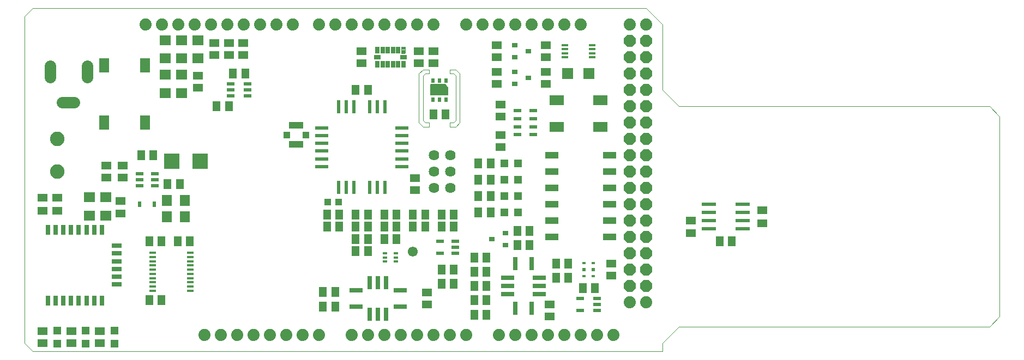
<source format=gts>
G75*
%MOIN*%
%OFA0B0*%
%FSLAX26Y26*%
%IPPOS*%
%LPD*%
%AMOC8*
5,1,8,0,0,1.08239X$1,22.5*
%
%ADD10C,0.000000*%
%ADD11R,0.070866X0.062992*%
%ADD12R,0.051181X0.059055*%
%ADD13R,0.062992X0.086614*%
%ADD14R,0.059055X0.051181*%
%ADD15R,0.059055X0.031496*%
%ADD16R,0.031496X0.059055*%
%ADD17R,0.039000X0.012000*%
%ADD18R,0.062992X0.051181*%
%ADD19R,0.019685X0.031496*%
%ADD20C,0.005000*%
%ADD21R,0.048000X0.021000*%
%ADD22R,0.062992X0.070866*%
%ADD23R,0.024803X0.032677*%
%ADD24R,0.094488X0.094488*%
%ADD25R,0.070984X0.062992*%
%ADD26C,0.088583*%
%ADD27R,0.023622X0.015748*%
%ADD28R,0.023622X0.023622*%
%ADD29R,0.047244X0.021654*%
%ADD30R,0.078740X0.027559*%
%ADD31R,0.027559X0.078740*%
%ADD32R,0.035433X0.031496*%
%ADD33C,0.064000*%
%ADD34R,0.079000X0.043000*%
%ADD35R,0.042000X0.014000*%
%ADD36R,0.070866X0.070866*%
%ADD37C,0.003937*%
%ADD38R,0.027559X0.043307*%
%ADD39R,0.043307X0.027559*%
%ADD40R,0.090551X0.059055*%
%ADD41R,0.047244X0.047244*%
%ADD42R,0.047244X0.019685*%
%ADD43R,0.031496X0.013780*%
%ADD44R,0.078740X0.023622*%
%ADD45R,0.023622X0.078740*%
%ADD46R,0.086614X0.041339*%
%ADD47R,0.039370X0.039370*%
%ADD48R,0.043307X0.039370*%
%ADD49R,0.050000X0.022000*%
%ADD50R,0.086614X0.023622*%
%ADD51C,0.061024*%
%ADD52R,0.048000X0.020000*%
%ADD53C,0.074000*%
%ADD54OC8,0.074000*%
%ADD55C,0.070866*%
D10*
X00207480Y00100000D02*
X00207480Y02100000D01*
X00257480Y02150000D01*
X04007480Y02150000D01*
X04107480Y02050000D01*
X04107480Y01650000D01*
X04207480Y01550000D01*
X06107480Y01550000D01*
X06169980Y01487500D01*
X06169980Y00262500D01*
X06107480Y00200000D01*
X04207480Y00200000D01*
X04107480Y00100000D01*
X04107480Y00050000D01*
X00257480Y00050000D01*
X00207480Y00100000D01*
X02619980Y01450000D02*
X02644980Y01425000D01*
X02682480Y01425000D01*
X02682480Y01450000D01*
X02657480Y01450000D01*
X02644980Y01462500D01*
X02644980Y01737500D01*
X02657480Y01750000D01*
X02682480Y01750000D01*
X02682480Y01775000D01*
X02644980Y01775000D01*
X02619980Y01750000D01*
X02619980Y01450000D01*
X02807480Y01450000D02*
X02807480Y01425000D01*
X02844980Y01425000D01*
X02869980Y01450000D01*
X02869980Y01750000D01*
X02844980Y01775000D01*
X02807480Y01775000D01*
X02807480Y01750000D01*
X02832480Y01750000D01*
X02844980Y01737500D01*
X02844980Y01462500D01*
X02832480Y01450000D01*
X02807480Y01450000D01*
D11*
X01269980Y01844882D03*
X01169980Y01844882D03*
X01069980Y01844882D03*
X01069980Y01742618D03*
X01169980Y01742618D03*
X01169980Y01632382D03*
X01069980Y01632382D03*
X01069980Y01955118D03*
X01169980Y01955118D03*
X01269980Y01955118D03*
D12*
X01482579Y01750000D03*
X01557382Y01750000D03*
X01457382Y01550000D03*
X01382579Y01550000D03*
X00995079Y01250000D03*
X00920276Y01250000D03*
X01083169Y01074803D03*
X01157972Y01074803D03*
X02057579Y00887500D03*
X02132382Y00887500D03*
X02232579Y00887500D03*
X02307382Y00887500D03*
X02407579Y00887500D03*
X02482382Y00887500D03*
X02582579Y00887500D03*
X02657382Y00887500D03*
X02757579Y00887500D03*
X02832382Y00887500D03*
X02832382Y00812500D03*
X02757579Y00812500D03*
X02657382Y00812500D03*
X02582579Y00812500D03*
X02482382Y00812500D03*
X02407579Y00812500D03*
X02307382Y00812500D03*
X02232579Y00812500D03*
X02132382Y00812500D03*
X02057579Y00812500D03*
X02232579Y00737500D03*
X02307382Y00737500D03*
X02407579Y00737500D03*
X02482382Y00737500D03*
X02307382Y00662500D03*
X02232579Y00662500D03*
X02757579Y00550000D03*
X02832382Y00550000D03*
X02957579Y00537500D03*
X03032382Y00537500D03*
X03032382Y00450000D03*
X02957579Y00450000D03*
X02832382Y00462500D03*
X02757579Y00462500D03*
X02957579Y00362500D03*
X03032382Y00362500D03*
X03032382Y00275000D03*
X02957579Y00275000D03*
X03457579Y00500000D03*
X03532382Y00500000D03*
X03620079Y00437500D03*
X03694882Y00437500D03*
X03532382Y00587500D03*
X03457579Y00587500D03*
X03294882Y00700000D03*
X03220079Y00700000D03*
X03220079Y00787500D03*
X03294882Y00787500D03*
X03057382Y00900000D03*
X02982579Y00900000D03*
X02982579Y01000000D03*
X03057382Y01000000D03*
X03057382Y01100000D03*
X02982579Y01100000D03*
X02982579Y01200000D03*
X03057382Y01200000D03*
X02782382Y01500000D03*
X02707579Y01500000D03*
X02307382Y01650000D03*
X02232579Y01650000D03*
X01218996Y00723130D03*
X01144193Y00723130D03*
X01045669Y00725591D03*
X00970866Y00725591D03*
X00970079Y00362500D03*
X01044882Y00362500D03*
X02032579Y00325000D03*
X02107382Y00325000D03*
X02107382Y00412500D03*
X02032579Y00412500D03*
X02957579Y00625000D03*
X03032382Y00625000D03*
X04457579Y00725000D03*
X04532382Y00725000D03*
D13*
X00945965Y01450000D03*
X00693996Y01450000D03*
X00693996Y01800000D03*
X00945965Y01800000D03*
D14*
X01269980Y01737402D03*
X01269980Y01662598D03*
X01369980Y01862598D03*
X01457480Y01862598D03*
X01544980Y01862598D03*
X01544980Y01937402D03*
X01457480Y01937402D03*
X01369980Y01937402D03*
X02269980Y01887402D03*
X02269980Y01812598D03*
X02619980Y01812598D03*
X02707480Y01812598D03*
X02707480Y01887402D03*
X02619980Y01887402D03*
X03094980Y01850098D03*
X03094980Y01924902D03*
X03394980Y01924902D03*
X03394980Y01850098D03*
X03394980Y01762402D03*
X03394980Y01687598D03*
X03094980Y01687598D03*
X03094980Y01762402D03*
X03119980Y01562402D03*
X03119980Y01487598D03*
X03119980Y01374902D03*
X03119980Y01300098D03*
X02594980Y01112402D03*
X02594980Y01037598D03*
X03794980Y00587402D03*
X03794980Y00512598D03*
X03419980Y00337402D03*
X03419980Y00262598D03*
X02669980Y00337598D03*
X02669980Y00412402D03*
X04282480Y00775098D03*
X04282480Y00849902D03*
X00807480Y01112598D03*
X00707480Y01112598D03*
X00707480Y01187402D03*
X00807480Y01187402D03*
X00794980Y00969980D03*
X00794980Y00895177D03*
X00669980Y00174902D03*
X00494980Y00174902D03*
X00319980Y00174902D03*
X00319980Y00100098D03*
X00494980Y00100098D03*
X00669980Y00100098D03*
D15*
X00770374Y00460236D03*
X00770374Y00507480D03*
X00770374Y00554724D03*
X00770374Y00601969D03*
X00770374Y00649213D03*
X00770374Y00696457D03*
D16*
X00681791Y00794882D03*
X00634547Y00794882D03*
X00587303Y00794882D03*
X00540059Y00794882D03*
X00492815Y00794882D03*
X00445571Y00794882D03*
X00398327Y00794882D03*
X00351083Y00794882D03*
X00351083Y00361811D03*
X00398327Y00361811D03*
X00445571Y00361811D03*
X00492815Y00361811D03*
X00540059Y00361811D03*
X00587303Y00361811D03*
X00634547Y00361811D03*
X00681791Y00361811D03*
D17*
X00992606Y00422343D03*
X00992606Y00447933D03*
X00992606Y00473524D03*
X00992606Y00499114D03*
X00992606Y00524705D03*
X00992606Y00550295D03*
X00992606Y00575886D03*
X00992606Y00601476D03*
X00992606Y00627067D03*
X00992606Y00652657D03*
X01222354Y00652657D03*
X01222354Y00627067D03*
X01222354Y00601476D03*
X01222354Y00575886D03*
X01222354Y00550295D03*
X01222354Y00524705D03*
X01222354Y00499114D03*
X01222354Y00473524D03*
X01222354Y00447933D03*
X01222354Y00422343D03*
D18*
X00407480Y00910630D03*
X00319980Y00910630D03*
X00319980Y00989370D03*
X00407480Y00989370D03*
X04719980Y00914370D03*
X04719980Y00835630D03*
D19*
X02784350Y01590945D03*
X02744980Y01590945D03*
X02705610Y01590945D03*
X02705610Y01709055D03*
X02744980Y01709055D03*
X02784350Y01709055D03*
D20*
X02778445Y01682480D02*
X02692815Y01682480D01*
X02692815Y01619488D01*
X02796161Y01619488D01*
X02796161Y01664764D01*
X02778445Y01682480D01*
X02781406Y01679519D02*
X02692815Y01679519D01*
X02692815Y01674520D02*
X02786405Y01674520D01*
X02791404Y01669522D02*
X02692815Y01669522D01*
X02692815Y01664523D02*
X02796161Y01664523D01*
X02796161Y01659525D02*
X02692815Y01659525D01*
X02692815Y01654526D02*
X02796161Y01654526D01*
X02796161Y01649528D02*
X02692815Y01649528D01*
X02692815Y01644529D02*
X02796161Y01644529D01*
X02796161Y01639531D02*
X02692815Y01639531D01*
X02692815Y01634532D02*
X02796161Y01634532D01*
X02796161Y01629533D02*
X02692815Y01629533D01*
X02692815Y01624535D02*
X02796161Y01624535D01*
X02796161Y01619536D02*
X02692815Y01619536D01*
D21*
X01003480Y01137000D03*
X01003480Y01100000D03*
X01003480Y01063000D03*
X00911480Y01063000D03*
X00911480Y01100000D03*
X00911480Y01137000D03*
D22*
X01077559Y00975000D03*
X01187795Y00975000D03*
X01187795Y00875000D03*
X01077559Y00875000D03*
D23*
X01002756Y00950000D03*
X00912205Y00950000D03*
D24*
X01108366Y01212500D03*
X01281594Y01212500D03*
D25*
X00705906Y00993681D03*
X00605906Y00993681D03*
X00605906Y00881713D03*
X00705906Y00881713D03*
D26*
X00407480Y01150000D03*
X00407480Y01350000D03*
D27*
X03629921Y00589370D03*
X03685039Y00589370D03*
X03685039Y00510630D03*
X03629921Y00510630D03*
D28*
X03629921Y00550000D03*
X03685039Y00550000D03*
D29*
X03708665Y00374902D03*
X03708665Y00337500D03*
X03708665Y00300098D03*
X03606295Y00300098D03*
X03606295Y00374902D03*
D30*
X03353937Y00400000D03*
X03353937Y00450000D03*
X03353937Y00500000D03*
X03161024Y00500000D03*
X03161024Y00450000D03*
X03161024Y00400000D03*
X02505807Y00425000D03*
X02505807Y00325000D03*
X02234154Y00325000D03*
X02234154Y00425000D03*
D31*
X02319980Y00471457D03*
X02369980Y00471457D03*
X02419980Y00471457D03*
X02419980Y00278543D03*
X02369980Y00278543D03*
X02319980Y00278543D03*
X03207480Y00314173D03*
X03307480Y00314173D03*
X03307480Y00585827D03*
X03207480Y00585827D03*
D32*
X03146850Y00700098D03*
X03064173Y00737500D03*
X03146850Y00774902D03*
X03205610Y01687598D03*
X03288287Y01725000D03*
X03205610Y01762402D03*
X03205610Y01850098D03*
X03288287Y01887500D03*
X03205610Y01924902D03*
D33*
X02812738Y01250000D03*
X02712738Y01250000D03*
X02712738Y01150000D03*
X02812738Y01150000D03*
X02812738Y01050000D03*
X02712738Y01050000D03*
D34*
X03430480Y01050000D03*
X03430480Y00950000D03*
X03430480Y00850000D03*
X03430480Y00750000D03*
X03784480Y00750000D03*
X03784480Y00850000D03*
X03784480Y00950000D03*
X03784480Y01050000D03*
X03784480Y01150000D03*
X03784480Y01250000D03*
X03430480Y01250000D03*
X03430480Y01150000D03*
D35*
X03510980Y01849500D03*
X03510980Y01874500D03*
X03510980Y01900500D03*
X03510980Y01925500D03*
X03678980Y01925500D03*
X03678980Y01900500D03*
X03678980Y01874500D03*
X03678980Y01849500D03*
D36*
X03659941Y01750000D03*
X03530020Y01750000D03*
D37*
X02535531Y01878543D02*
X02535531Y01912992D01*
X02511909Y01912992D01*
X02511909Y01873622D01*
X02530610Y01873622D01*
X02535531Y01878543D01*
X02535531Y01880022D02*
X02511909Y01880022D01*
X02511909Y01876087D02*
X02533075Y01876087D01*
X02535531Y01883958D02*
X02511909Y01883958D01*
X02511909Y01887893D02*
X02535531Y01887893D01*
X02535531Y01891829D02*
X02511909Y01891829D01*
X02511909Y01895764D02*
X02535531Y01895764D01*
X02535531Y01899700D02*
X02511909Y01899700D01*
X02511909Y01903635D02*
X02535531Y01903635D01*
X02535531Y01907571D02*
X02511909Y01907571D01*
X02511909Y01911506D02*
X02535531Y01911506D01*
D38*
X02492224Y01893307D03*
X02460728Y01893307D03*
X02429232Y01893307D03*
X02397736Y01893307D03*
X02366240Y01893307D03*
X02366240Y01806693D03*
X02397736Y01806693D03*
X02429232Y01806693D03*
X02460728Y01806693D03*
X02492224Y01806693D03*
X02523720Y01806693D03*
D39*
X02523720Y01850000D03*
X02366240Y01850000D03*
D40*
X03463091Y01587500D03*
X03726870Y01587500D03*
X03726870Y01425000D03*
X03463091Y01425000D03*
D41*
X03223819Y01200000D03*
X03141142Y01200000D03*
X03141142Y01100000D03*
X03223819Y01100000D03*
X03223819Y01000000D03*
X03141142Y01000000D03*
X03141142Y00900000D03*
X03223819Y00900000D03*
X00757480Y00178839D03*
X00582480Y00178839D03*
X00407480Y00178839D03*
X00407480Y00096161D03*
X00582480Y00096161D03*
X00757480Y00096161D03*
D42*
X03222736Y01376181D03*
X03317224Y01376181D03*
X03317224Y01425394D03*
X03222736Y01425394D03*
X03222736Y01474606D03*
X03317224Y01474606D03*
X03317224Y01523819D03*
X03222736Y01523819D03*
D43*
X02478445Y00650591D03*
X02411516Y00650591D03*
X02411516Y00625000D03*
X02411516Y00599409D03*
X02478445Y00599409D03*
X02478445Y00625000D03*
D44*
X02516043Y01181890D03*
X02516043Y01229134D03*
X02516043Y01276378D03*
X02516043Y01323622D03*
X02516043Y01370866D03*
X02516043Y01418110D03*
X02023917Y01418110D03*
X02023917Y01370866D03*
X02023917Y01323622D03*
X02023917Y01276378D03*
X02023917Y01229134D03*
X02023917Y01181890D03*
D45*
X02128248Y01053937D03*
X02175492Y01053937D03*
X02222736Y01053937D03*
X02317224Y01053937D03*
X02364469Y01053937D03*
X02411713Y01053937D03*
X02411713Y01546063D03*
X02364469Y01546063D03*
X02317224Y01546063D03*
X02222736Y01546063D03*
X02175492Y01546063D03*
X02128248Y01546063D03*
D46*
X01869980Y01434055D03*
X01869980Y01315945D03*
D47*
X01810925Y01375000D03*
X01929035Y01375000D03*
D48*
X02061516Y00962500D03*
X02128445Y00962500D03*
D49*
X01570980Y01613000D03*
X01570980Y01650000D03*
X01570980Y01687000D03*
X01468980Y01687000D03*
X01468980Y01650000D03*
X01468980Y01613000D03*
D50*
X04392618Y00950000D03*
X04392618Y00900000D03*
X04392618Y00850000D03*
X04392618Y00800000D03*
X04597343Y00800000D03*
X04597343Y00850000D03*
X04597343Y00900000D03*
X04597343Y00950000D03*
D51*
X02583268Y00660630D03*
D52*
X02746980Y00650500D03*
X02842980Y00650500D03*
X02842980Y00687500D03*
X02842980Y00724500D03*
X02746980Y00724500D03*
D53*
X03907480Y00350000D03*
X04007480Y00350000D03*
X03807480Y00150000D03*
X03707480Y00150000D03*
X03607480Y00150000D03*
X03507480Y00150000D03*
X03407480Y00150000D03*
X03307480Y00150000D03*
X03207480Y00150000D03*
X03107480Y00150000D03*
X02907480Y00150000D03*
X02807480Y00150000D03*
X02707480Y00150000D03*
X02607480Y00150000D03*
X02507480Y00150000D03*
X02407480Y00150000D03*
X02307480Y00150000D03*
X02207480Y00150000D03*
X02007480Y00150000D03*
X01907480Y00150000D03*
X01807480Y00150000D03*
X01707480Y00150000D03*
X01607480Y00150000D03*
X01507480Y00150000D03*
X01407480Y00150000D03*
X01307480Y00150000D03*
X01347480Y02050000D03*
X01247480Y02050000D03*
X01147480Y02050000D03*
X01047480Y02050000D03*
X00947480Y02050000D03*
X01447480Y02050000D03*
X01547480Y02050000D03*
X01647480Y02050000D03*
X01747480Y02050000D03*
X01847480Y02050000D03*
X02007480Y02050000D03*
X02107480Y02050000D03*
X02207480Y02050000D03*
X02307480Y02050000D03*
X02407480Y02050000D03*
X02507480Y02050000D03*
X02607480Y02050000D03*
X02707480Y02050000D03*
X02907480Y02050000D03*
X03007480Y02050000D03*
X03107480Y02050000D03*
X03207480Y02050000D03*
X03307480Y02050000D03*
X03407480Y02050000D03*
X03507480Y02050000D03*
X03607480Y02050000D03*
X03907480Y02050000D03*
X04007480Y02050000D03*
D54*
X04007480Y01950000D03*
X03907480Y01950000D03*
X03907480Y01850000D03*
X04007480Y01850000D03*
X04007480Y01750000D03*
X03907480Y01750000D03*
X03907480Y01650000D03*
X04007480Y01650000D03*
X04007480Y01550000D03*
X03907480Y01550000D03*
X03907480Y01450000D03*
X04007480Y01450000D03*
X04007480Y01350000D03*
X03907480Y01350000D03*
X03907480Y01250000D03*
X04007480Y01250000D03*
X04007480Y01150000D03*
X03907480Y01150000D03*
X03907480Y01050000D03*
X04007480Y01050000D03*
X04007480Y00950000D03*
X03907480Y00950000D03*
X03907480Y00850000D03*
X04007480Y00850000D03*
X04007480Y00750000D03*
X03907480Y00750000D03*
X03907480Y00650000D03*
X04007480Y00650000D03*
X04007480Y00550000D03*
X03907480Y00550000D03*
X03907480Y00450000D03*
X04007480Y00450000D03*
D55*
X00510236Y01573524D02*
X00439370Y01573524D01*
X00364567Y01727067D02*
X00364567Y01797933D01*
X00592913Y01797933D02*
X00592913Y01727067D01*
M02*

</source>
